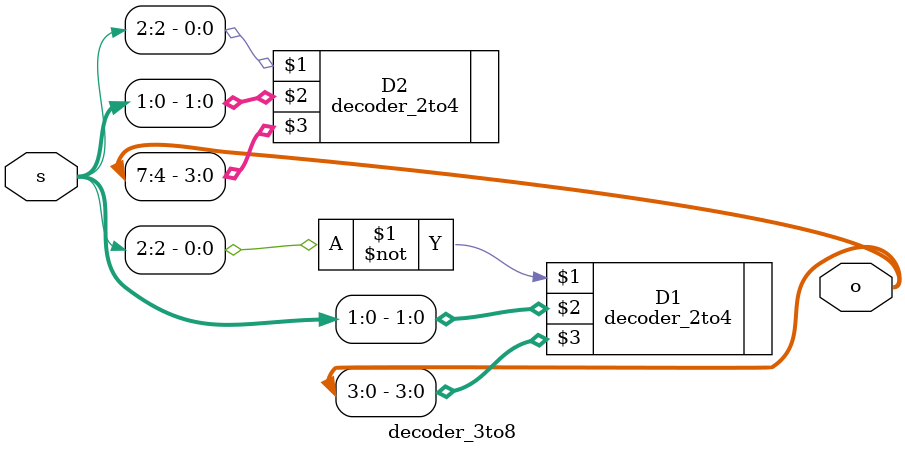
<source format=v>
`timescale 1ns / 1ps

module decoder_3to8(
    input [2:0] s,
    output [7:0] o
    );
decoder_2to4 D1(~s[2],s[1:0],o[3:0]);
decoder_2to4 D2(s[2],s[1:0],o[7:4]);

endmodule

</source>
